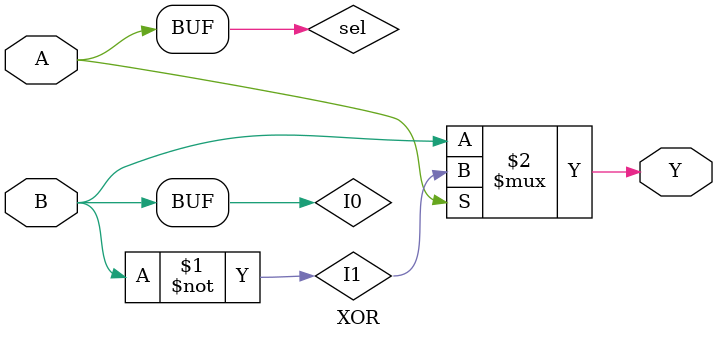
<source format=sv>
module XOR(input A, B,
           output Y);
  
  wire I0, I1, sel;
  
  assign I0 = B;
  assign I1 = ~B;
  assign sel = A;
  
  assign Y = sel ? I1 : I0;
  
endmodule

</source>
